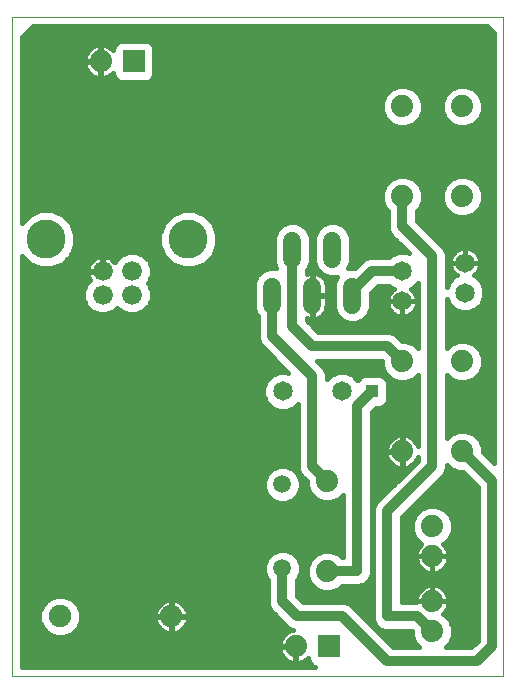
<source format=gtl>
G75*
%MOIN*%
%OFA0B0*%
%FSLAX25Y25*%
%IPPOS*%
%LPD*%
%AMOC8*
5,1,8,0,0,1.08239X$1,22.5*
%
%ADD10C,0.00000*%
%ADD11C,0.06500*%
%ADD12C,0.07500*%
%ADD13C,0.05943*%
%ADD14C,0.07400*%
%ADD15C,0.05943*%
%ADD16R,0.07400X0.07400*%
%ADD17C,0.06600*%
%ADD18C,0.13000*%
%ADD19C,0.03200*%
%ADD20C,0.01600*%
%ADD21R,0.04362X0.04362*%
D10*
X0003000Y0003500D02*
X0003000Y0223461D01*
X0166701Y0223461D01*
X0166701Y0003500D01*
X0003000Y0003500D01*
D11*
X0093150Y0098500D03*
X0112850Y0098500D03*
X0133000Y0128500D03*
X0133000Y0138500D03*
X0153945Y0141453D03*
X0153945Y0131453D03*
D12*
X0056000Y0023500D03*
X0019000Y0023500D03*
D13*
X0093000Y0039500D03*
X0093000Y0067500D03*
D14*
X0108000Y0068500D03*
X0108000Y0038500D03*
X0097500Y0013500D03*
X0143000Y0018500D03*
X0143000Y0028500D03*
X0143000Y0043500D03*
X0143000Y0053500D03*
X0133000Y0078500D03*
X0153000Y0078500D03*
X0153000Y0108500D03*
X0133000Y0108500D03*
X0133000Y0163500D03*
X0153000Y0163500D03*
X0153000Y0193500D03*
X0133000Y0193500D03*
X0032500Y0208500D03*
D15*
X0089614Y0133401D02*
X0089614Y0127457D01*
X0096307Y0142812D02*
X0096307Y0148755D01*
X0103000Y0133401D02*
X0103000Y0127457D01*
X0109693Y0142812D02*
X0109693Y0148755D01*
X0116386Y0133401D02*
X0116386Y0127457D01*
D16*
X0043500Y0208500D03*
X0108500Y0013500D03*
D17*
X0042921Y0130700D03*
X0042921Y0138500D03*
X0033079Y0138500D03*
X0033079Y0130700D03*
D18*
X0014300Y0149200D03*
X0061700Y0149200D03*
D19*
X0089614Y0130429D02*
X0089614Y0116886D01*
X0103000Y0103500D01*
X0103000Y0073500D01*
X0108000Y0068500D01*
X0118000Y0093500D02*
X0123000Y0098500D01*
X0118000Y0093500D02*
X0118000Y0038500D01*
X0108000Y0038500D01*
X0113000Y0023500D02*
X0098000Y0023500D01*
X0093000Y0028500D01*
X0093000Y0039500D01*
X0113000Y0023500D02*
X0128000Y0008500D01*
X0158000Y0008500D01*
X0163000Y0013500D01*
X0163000Y0068500D01*
X0153000Y0078500D01*
X0143000Y0073500D02*
X0128000Y0058500D01*
X0128000Y0023500D01*
X0138000Y0023500D01*
X0143000Y0018500D01*
X0143000Y0073500D02*
X0143000Y0143500D01*
X0133000Y0153500D01*
X0133000Y0163500D01*
X0133000Y0138500D02*
X0123000Y0138500D01*
X0116386Y0131886D01*
X0116386Y0130429D01*
X0128000Y0113500D02*
X0133000Y0108500D01*
X0128000Y0113500D02*
X0103000Y0113500D01*
X0096307Y0120193D01*
X0096307Y0145783D01*
D20*
X0090135Y0145768D02*
X0070777Y0145768D01*
X0071400Y0147271D02*
X0069923Y0143705D01*
X0067195Y0140977D01*
X0063629Y0139500D01*
X0059771Y0139500D01*
X0056205Y0140977D01*
X0053477Y0143705D01*
X0052000Y0147271D01*
X0052000Y0151129D01*
X0053477Y0154695D01*
X0056205Y0157423D01*
X0059771Y0158900D01*
X0063629Y0158900D01*
X0067195Y0157423D01*
X0069923Y0154695D01*
X0071400Y0151129D01*
X0071400Y0147271D01*
X0071400Y0147366D02*
X0090135Y0147366D01*
X0090135Y0148965D02*
X0071400Y0148965D01*
X0071400Y0150563D02*
X0090376Y0150563D01*
X0090135Y0149983D02*
X0090135Y0141584D01*
X0090995Y0139509D01*
X0090842Y0139572D01*
X0088387Y0139572D01*
X0086118Y0138633D01*
X0084382Y0136897D01*
X0083443Y0134628D01*
X0083443Y0126230D01*
X0084382Y0123962D01*
X0084814Y0123529D01*
X0084814Y0115931D01*
X0085545Y0114167D01*
X0094994Y0104717D01*
X0094433Y0104950D01*
X0091867Y0104950D01*
X0089496Y0103968D01*
X0087682Y0102154D01*
X0086700Y0099783D01*
X0086700Y0097217D01*
X0087682Y0094846D01*
X0089496Y0093032D01*
X0091867Y0092050D01*
X0094433Y0092050D01*
X0096804Y0093032D01*
X0098200Y0094428D01*
X0098200Y0072545D01*
X0098931Y0070781D01*
X0101100Y0068612D01*
X0101100Y0067127D01*
X0102150Y0064591D01*
X0104091Y0062650D01*
X0106627Y0061600D01*
X0109372Y0061600D01*
X0111909Y0062650D01*
X0113200Y0063942D01*
X0113200Y0043300D01*
X0112958Y0043300D01*
X0111909Y0044350D01*
X0109372Y0045400D01*
X0106627Y0045400D01*
X0104091Y0044350D01*
X0102150Y0042409D01*
X0101100Y0039872D01*
X0101100Y0037127D01*
X0102150Y0034591D01*
X0104091Y0032650D01*
X0106627Y0031600D01*
X0109372Y0031600D01*
X0111909Y0032650D01*
X0112958Y0033700D01*
X0118955Y0033700D01*
X0120719Y0034431D01*
X0122069Y0035781D01*
X0122800Y0037545D01*
X0122800Y0091512D01*
X0124407Y0093119D01*
X0125818Y0093119D01*
X0126994Y0093606D01*
X0127894Y0094506D01*
X0128381Y0095682D01*
X0128381Y0101318D01*
X0127894Y0102494D01*
X0126994Y0103394D01*
X0125818Y0103881D01*
X0120182Y0103881D01*
X0119006Y0103394D01*
X0118106Y0102494D01*
X0118069Y0102403D01*
X0116504Y0103968D01*
X0114133Y0104950D01*
X0111567Y0104950D01*
X0109196Y0103968D01*
X0107800Y0102572D01*
X0107800Y0104455D01*
X0107069Y0106219D01*
X0105719Y0107569D01*
X0104588Y0108700D01*
X0126012Y0108700D01*
X0126100Y0108612D01*
X0126100Y0107127D01*
X0127150Y0104591D01*
X0129091Y0102650D01*
X0131627Y0101600D01*
X0134372Y0101600D01*
X0136909Y0102650D01*
X0138200Y0103942D01*
X0138200Y0080294D01*
X0138097Y0080611D01*
X0137704Y0081383D01*
X0137195Y0082083D01*
X0136583Y0082695D01*
X0135883Y0083204D01*
X0135111Y0083597D01*
X0134288Y0083865D01*
X0133433Y0084000D01*
X0133086Y0084000D01*
X0133086Y0078586D01*
X0132914Y0078586D01*
X0132914Y0084000D01*
X0132567Y0084000D01*
X0131712Y0083865D01*
X0130889Y0083597D01*
X0130117Y0083204D01*
X0129417Y0082695D01*
X0128805Y0082083D01*
X0128296Y0081383D01*
X0127903Y0080611D01*
X0127635Y0079788D01*
X0127500Y0078933D01*
X0127500Y0078586D01*
X0132914Y0078586D01*
X0132914Y0078414D01*
X0133086Y0078414D01*
X0133086Y0073000D01*
X0133433Y0073000D01*
X0134288Y0073135D01*
X0135111Y0073403D01*
X0135883Y0073796D01*
X0136583Y0074305D01*
X0137195Y0074917D01*
X0137704Y0075617D01*
X0138097Y0076389D01*
X0138200Y0076706D01*
X0138200Y0075488D01*
X0125281Y0062569D01*
X0123931Y0061219D01*
X0123200Y0059455D01*
X0123200Y0022545D01*
X0123931Y0020781D01*
X0125281Y0019431D01*
X0127045Y0018700D01*
X0136012Y0018700D01*
X0136100Y0018612D01*
X0136100Y0017127D01*
X0137150Y0014591D01*
X0138442Y0013300D01*
X0129988Y0013300D01*
X0115719Y0027569D01*
X0113955Y0028300D01*
X0099988Y0028300D01*
X0097800Y0030488D01*
X0097800Y0035572D01*
X0098232Y0036004D01*
X0099172Y0038272D01*
X0099172Y0040728D01*
X0098232Y0042996D01*
X0096496Y0044732D01*
X0094228Y0045672D01*
X0091772Y0045672D01*
X0089504Y0044732D01*
X0087768Y0042996D01*
X0086828Y0040728D01*
X0086828Y0038272D01*
X0087768Y0036004D01*
X0088200Y0035572D01*
X0088200Y0027545D01*
X0088931Y0025781D01*
X0093931Y0020781D01*
X0095281Y0019431D01*
X0096527Y0018914D01*
X0096212Y0018865D01*
X0095389Y0018597D01*
X0094617Y0018204D01*
X0093917Y0017695D01*
X0093305Y0017083D01*
X0092796Y0016383D01*
X0092403Y0015611D01*
X0092135Y0014788D01*
X0092000Y0013933D01*
X0092000Y0013700D01*
X0097300Y0013700D01*
X0097300Y0013300D01*
X0097700Y0013300D01*
X0097700Y0008000D01*
X0097933Y0008000D01*
X0098788Y0008135D01*
X0099611Y0008403D01*
X0100383Y0008796D01*
X0101083Y0009305D01*
X0101600Y0009822D01*
X0101600Y0009163D01*
X0102087Y0007987D01*
X0102987Y0007087D01*
X0103922Y0006700D01*
X0006200Y0006700D01*
X0006200Y0143582D01*
X0008805Y0140977D01*
X0012371Y0139500D01*
X0016229Y0139500D01*
X0019795Y0140977D01*
X0022523Y0143705D01*
X0024000Y0147271D01*
X0024000Y0151129D01*
X0022523Y0154695D01*
X0019795Y0157423D01*
X0016229Y0158900D01*
X0012371Y0158900D01*
X0008805Y0157423D01*
X0006200Y0154818D01*
X0006200Y0216700D01*
X0009761Y0220261D01*
X0161239Y0220261D01*
X0163501Y0217999D01*
X0163501Y0074787D01*
X0159900Y0078388D01*
X0159900Y0079872D01*
X0158850Y0082409D01*
X0156909Y0084350D01*
X0154372Y0085400D01*
X0151627Y0085400D01*
X0149091Y0084350D01*
X0147800Y0083058D01*
X0147800Y0103942D01*
X0149091Y0102650D01*
X0151627Y0101600D01*
X0154372Y0101600D01*
X0156909Y0102650D01*
X0158850Y0104591D01*
X0159900Y0107127D01*
X0159900Y0109872D01*
X0158850Y0112409D01*
X0156909Y0114350D01*
X0154372Y0115400D01*
X0151627Y0115400D01*
X0149091Y0114350D01*
X0147800Y0113058D01*
X0147800Y0129433D01*
X0148477Y0127799D01*
X0150291Y0125985D01*
X0152662Y0125003D01*
X0155228Y0125003D01*
X0157599Y0125985D01*
X0159413Y0127799D01*
X0160395Y0130170D01*
X0160395Y0132736D01*
X0159413Y0135106D01*
X0157599Y0136921D01*
X0156771Y0137264D01*
X0157235Y0137601D01*
X0157797Y0138163D01*
X0158264Y0138806D01*
X0158625Y0139514D01*
X0158871Y0140270D01*
X0158995Y0141055D01*
X0158995Y0141453D01*
X0158995Y0141850D01*
X0158871Y0142635D01*
X0158625Y0143391D01*
X0158264Y0144100D01*
X0157797Y0144743D01*
X0157235Y0145305D01*
X0156592Y0145772D01*
X0155883Y0146133D01*
X0155127Y0146378D01*
X0154342Y0146503D01*
X0153945Y0146503D01*
X0153945Y0141453D01*
X0153945Y0141453D01*
X0158995Y0141453D01*
X0153945Y0141453D01*
X0153945Y0141453D01*
X0153945Y0146503D01*
X0153547Y0146503D01*
X0152762Y0146378D01*
X0152006Y0146133D01*
X0151298Y0145772D01*
X0150655Y0145305D01*
X0150093Y0144743D01*
X0149626Y0144100D01*
X0149265Y0143391D01*
X0149019Y0142635D01*
X0148895Y0141850D01*
X0148895Y0141453D01*
X0153945Y0141453D01*
X0153945Y0141453D01*
X0148895Y0141453D01*
X0148895Y0141055D01*
X0149019Y0140270D01*
X0149265Y0139514D01*
X0149626Y0138806D01*
X0150093Y0138163D01*
X0150655Y0137601D01*
X0151119Y0137264D01*
X0150291Y0136921D01*
X0148477Y0135106D01*
X0147800Y0133472D01*
X0147800Y0144455D01*
X0147069Y0146219D01*
X0145719Y0147569D01*
X0137800Y0155488D01*
X0137800Y0158542D01*
X0138850Y0159591D01*
X0139900Y0162127D01*
X0139900Y0164872D01*
X0138850Y0167409D01*
X0136909Y0169350D01*
X0134372Y0170400D01*
X0131627Y0170400D01*
X0129091Y0169350D01*
X0127150Y0167409D01*
X0126100Y0164872D01*
X0126100Y0162127D01*
X0127150Y0159591D01*
X0128200Y0158542D01*
X0128200Y0152545D01*
X0128931Y0150781D01*
X0135100Y0144611D01*
X0134283Y0144950D01*
X0131717Y0144950D01*
X0129346Y0143968D01*
X0128678Y0143300D01*
X0122045Y0143300D01*
X0120281Y0142569D01*
X0118931Y0141219D01*
X0117284Y0139572D01*
X0115158Y0139572D01*
X0115005Y0139509D01*
X0115865Y0141584D01*
X0115865Y0149983D01*
X0114925Y0152251D01*
X0113189Y0153987D01*
X0110921Y0154927D01*
X0108465Y0154927D01*
X0106197Y0153987D01*
X0104461Y0152251D01*
X0103521Y0149983D01*
X0103521Y0141584D01*
X0104461Y0139316D01*
X0106197Y0137580D01*
X0108465Y0136640D01*
X0110921Y0136640D01*
X0111074Y0136704D01*
X0110214Y0134628D01*
X0110214Y0126230D01*
X0111154Y0123962D01*
X0112890Y0122225D01*
X0115158Y0121286D01*
X0117613Y0121286D01*
X0119882Y0122225D01*
X0121618Y0123962D01*
X0122557Y0126230D01*
X0122557Y0131269D01*
X0124988Y0133700D01*
X0128678Y0133700D01*
X0129346Y0133032D01*
X0130174Y0132689D01*
X0129710Y0132352D01*
X0129148Y0131790D01*
X0128681Y0131147D01*
X0128320Y0130439D01*
X0128074Y0129683D01*
X0127950Y0128897D01*
X0127950Y0128500D01*
X0133000Y0128500D01*
X0138050Y0128500D01*
X0138050Y0128897D01*
X0137926Y0129683D01*
X0137680Y0130439D01*
X0137319Y0131147D01*
X0136852Y0131790D01*
X0136290Y0132352D01*
X0135826Y0132689D01*
X0136654Y0133032D01*
X0138200Y0134578D01*
X0138200Y0134578D01*
X0138200Y0113058D01*
X0136909Y0114350D01*
X0134372Y0115400D01*
X0132888Y0115400D01*
X0130719Y0117569D01*
X0128955Y0118300D01*
X0104988Y0118300D01*
X0101107Y0122181D01*
X0101107Y0123067D01*
X0101168Y0123035D01*
X0101883Y0122803D01*
X0102624Y0122686D01*
X0102914Y0122686D01*
X0102914Y0130343D01*
X0103086Y0130343D01*
X0103086Y0122686D01*
X0103376Y0122686D01*
X0104117Y0122803D01*
X0104832Y0123035D01*
X0105501Y0123376D01*
X0106109Y0123818D01*
X0106640Y0124349D01*
X0107081Y0124957D01*
X0107422Y0125626D01*
X0107654Y0126340D01*
X0107772Y0127082D01*
X0107772Y0130343D01*
X0103086Y0130343D01*
X0103086Y0130515D01*
X0107772Y0130515D01*
X0107772Y0133776D01*
X0107654Y0134518D01*
X0107422Y0135232D01*
X0107081Y0135902D01*
X0106640Y0136509D01*
X0106109Y0137040D01*
X0105501Y0137482D01*
X0104832Y0137823D01*
X0104117Y0138055D01*
X0103376Y0138172D01*
X0103086Y0138172D01*
X0103086Y0130515D01*
X0102914Y0130515D01*
X0102914Y0138172D01*
X0102624Y0138172D01*
X0101883Y0138055D01*
X0101168Y0137823D01*
X0101107Y0137792D01*
X0101107Y0138884D01*
X0101539Y0139316D01*
X0102479Y0141584D01*
X0102479Y0149983D01*
X0101539Y0152251D01*
X0099803Y0153987D01*
X0097535Y0154927D01*
X0095079Y0154927D01*
X0092811Y0153987D01*
X0091075Y0152251D01*
X0090135Y0149983D01*
X0091038Y0152162D02*
X0070972Y0152162D01*
X0070310Y0153760D02*
X0092584Y0153760D01*
X0100030Y0153760D02*
X0105970Y0153760D01*
X0104424Y0152162D02*
X0101576Y0152162D01*
X0102238Y0150563D02*
X0103762Y0150563D01*
X0103521Y0148965D02*
X0102479Y0148965D01*
X0102479Y0147366D02*
X0103521Y0147366D01*
X0103521Y0145768D02*
X0102479Y0145768D01*
X0102479Y0144169D02*
X0103521Y0144169D01*
X0103521Y0142570D02*
X0102479Y0142570D01*
X0102225Y0140972D02*
X0103775Y0140972D01*
X0104437Y0139373D02*
X0101563Y0139373D01*
X0102914Y0137775D02*
X0103086Y0137775D01*
X0103086Y0136176D02*
X0102914Y0136176D01*
X0102914Y0134578D02*
X0103086Y0134578D01*
X0103086Y0132979D02*
X0102914Y0132979D01*
X0102914Y0131381D02*
X0103086Y0131381D01*
X0103086Y0129782D02*
X0102914Y0129782D01*
X0102914Y0128184D02*
X0103086Y0128184D01*
X0103086Y0126585D02*
X0102914Y0126585D01*
X0102914Y0124987D02*
X0103086Y0124987D01*
X0103086Y0123388D02*
X0102914Y0123388D01*
X0101498Y0121790D02*
X0113941Y0121790D01*
X0111727Y0123388D02*
X0105517Y0123388D01*
X0107096Y0124987D02*
X0110729Y0124987D01*
X0110214Y0126585D02*
X0107693Y0126585D01*
X0107772Y0128184D02*
X0110214Y0128184D01*
X0110214Y0129782D02*
X0107772Y0129782D01*
X0107772Y0131381D02*
X0110214Y0131381D01*
X0110214Y0132979D02*
X0107772Y0132979D01*
X0107635Y0134578D02*
X0110214Y0134578D01*
X0110855Y0136176D02*
X0106881Y0136176D01*
X0106002Y0137775D02*
X0104926Y0137775D01*
X0114962Y0152162D02*
X0128359Y0152162D01*
X0128200Y0153760D02*
X0113416Y0153760D01*
X0115624Y0150563D02*
X0129149Y0150563D01*
X0130747Y0148965D02*
X0115865Y0148965D01*
X0115865Y0147366D02*
X0132346Y0147366D01*
X0133944Y0145768D02*
X0115865Y0145768D01*
X0115865Y0144169D02*
X0129832Y0144169D01*
X0129473Y0132979D02*
X0124268Y0132979D01*
X0122669Y0131381D02*
X0128851Y0131381D01*
X0128107Y0129782D02*
X0122557Y0129782D01*
X0122557Y0128184D02*
X0127950Y0128184D01*
X0127950Y0128103D02*
X0128074Y0127317D01*
X0128320Y0126561D01*
X0128681Y0125853D01*
X0129148Y0125210D01*
X0129710Y0124648D01*
X0130353Y0124181D01*
X0131061Y0123820D01*
X0131817Y0123574D01*
X0132603Y0123450D01*
X0133000Y0123450D01*
X0133397Y0123450D01*
X0134183Y0123574D01*
X0134939Y0123820D01*
X0135647Y0124181D01*
X0136290Y0124648D01*
X0136852Y0125210D01*
X0137319Y0125853D01*
X0137680Y0126561D01*
X0137926Y0127317D01*
X0138050Y0128103D01*
X0138050Y0128500D01*
X0133000Y0128500D01*
X0133000Y0128500D01*
X0133000Y0123450D01*
X0133000Y0128500D01*
X0133000Y0128500D01*
X0133000Y0128500D01*
X0127950Y0128500D01*
X0127950Y0128103D01*
X0128312Y0126585D02*
X0122557Y0126585D01*
X0122043Y0124987D02*
X0129371Y0124987D01*
X0133000Y0124987D02*
X0133000Y0124987D01*
X0133000Y0126585D02*
X0133000Y0126585D01*
X0133000Y0128184D02*
X0133000Y0128184D01*
X0136629Y0124987D02*
X0138200Y0124987D01*
X0138200Y0126585D02*
X0137688Y0126585D01*
X0138050Y0128184D02*
X0138200Y0128184D01*
X0138200Y0129782D02*
X0137893Y0129782D01*
X0138200Y0131381D02*
X0137149Y0131381D01*
X0136527Y0132979D02*
X0138200Y0132979D01*
X0138200Y0123388D02*
X0121045Y0123388D01*
X0118830Y0121790D02*
X0138200Y0121790D01*
X0138200Y0120191D02*
X0103097Y0120191D01*
X0104695Y0118593D02*
X0138200Y0118593D01*
X0138200Y0116994D02*
X0131294Y0116994D01*
X0134383Y0115396D02*
X0138200Y0115396D01*
X0138200Y0113797D02*
X0137461Y0113797D01*
X0136805Y0102608D02*
X0138200Y0102608D01*
X0138200Y0101009D02*
X0128381Y0101009D01*
X0128381Y0099411D02*
X0138200Y0099411D01*
X0138200Y0097812D02*
X0128381Y0097812D01*
X0128381Y0096214D02*
X0138200Y0096214D01*
X0138200Y0094615D02*
X0127939Y0094615D01*
X0124305Y0093017D02*
X0138200Y0093017D01*
X0138200Y0091418D02*
X0122800Y0091418D01*
X0122800Y0089820D02*
X0138200Y0089820D01*
X0138200Y0088221D02*
X0122800Y0088221D01*
X0122800Y0086623D02*
X0138200Y0086623D01*
X0138200Y0085024D02*
X0122800Y0085024D01*
X0122800Y0083426D02*
X0130552Y0083426D01*
X0128619Y0081827D02*
X0122800Y0081827D01*
X0122800Y0080229D02*
X0127779Y0080229D01*
X0127500Y0078630D02*
X0122800Y0078630D01*
X0122800Y0077032D02*
X0127694Y0077032D01*
X0127635Y0077212D02*
X0127903Y0076389D01*
X0128296Y0075617D01*
X0128805Y0074917D01*
X0129417Y0074305D01*
X0130117Y0073796D01*
X0130889Y0073403D01*
X0131712Y0073135D01*
X0132567Y0073000D01*
X0132914Y0073000D01*
X0132914Y0078414D01*
X0127500Y0078414D01*
X0127500Y0078067D01*
X0127635Y0077212D01*
X0128430Y0075433D02*
X0122800Y0075433D01*
X0122800Y0073834D02*
X0130064Y0073834D01*
X0132914Y0073834D02*
X0133086Y0073834D01*
X0133086Y0075433D02*
X0132914Y0075433D01*
X0132914Y0077032D02*
X0133086Y0077032D01*
X0133086Y0078630D02*
X0132914Y0078630D01*
X0132914Y0080229D02*
X0133086Y0080229D01*
X0133086Y0081827D02*
X0132914Y0081827D01*
X0132914Y0083426D02*
X0133086Y0083426D01*
X0135448Y0083426D02*
X0138200Y0083426D01*
X0138200Y0081827D02*
X0137381Y0081827D01*
X0137570Y0075433D02*
X0138145Y0075433D01*
X0136546Y0073834D02*
X0135936Y0073834D01*
X0134948Y0072236D02*
X0122800Y0072236D01*
X0122800Y0070637D02*
X0133349Y0070637D01*
X0131751Y0069039D02*
X0122800Y0069039D01*
X0122800Y0067440D02*
X0130152Y0067440D01*
X0128554Y0065842D02*
X0122800Y0065842D01*
X0122800Y0064243D02*
X0126955Y0064243D01*
X0125357Y0062645D02*
X0122800Y0062645D01*
X0122800Y0061046D02*
X0123859Y0061046D01*
X0123200Y0059448D02*
X0122800Y0059448D01*
X0122800Y0057849D02*
X0123200Y0057849D01*
X0123200Y0056251D02*
X0122800Y0056251D01*
X0122800Y0054652D02*
X0123200Y0054652D01*
X0123200Y0053054D02*
X0122800Y0053054D01*
X0122800Y0051455D02*
X0123200Y0051455D01*
X0123200Y0049857D02*
X0122800Y0049857D01*
X0122800Y0048258D02*
X0123200Y0048258D01*
X0123200Y0046660D02*
X0122800Y0046660D01*
X0122800Y0045061D02*
X0123200Y0045061D01*
X0123200Y0043463D02*
X0122800Y0043463D01*
X0122800Y0041864D02*
X0123200Y0041864D01*
X0123200Y0040266D02*
X0122800Y0040266D01*
X0122800Y0038667D02*
X0123200Y0038667D01*
X0123200Y0037069D02*
X0122603Y0037069D01*
X0123200Y0035470D02*
X0121758Y0035470D01*
X0123200Y0033872D02*
X0119369Y0033872D01*
X0123200Y0032273D02*
X0110998Y0032273D01*
X0115811Y0027478D02*
X0123200Y0027478D01*
X0123200Y0029076D02*
X0099212Y0029076D01*
X0097800Y0030675D02*
X0123200Y0030675D01*
X0123200Y0025879D02*
X0117409Y0025879D01*
X0119008Y0024281D02*
X0123200Y0024281D01*
X0123200Y0022682D02*
X0120606Y0022682D01*
X0122205Y0021084D02*
X0123805Y0021084D01*
X0123803Y0019485D02*
X0125227Y0019485D01*
X0125402Y0017887D02*
X0136100Y0017887D01*
X0136448Y0016288D02*
X0127000Y0016288D01*
X0128599Y0014690D02*
X0137110Y0014690D01*
X0147558Y0013300D02*
X0148850Y0014591D01*
X0149900Y0017127D01*
X0149900Y0019872D01*
X0148850Y0022409D01*
X0146909Y0024350D01*
X0146710Y0024432D01*
X0147195Y0024917D01*
X0147704Y0025617D01*
X0148097Y0026389D01*
X0148365Y0027212D01*
X0148500Y0028067D01*
X0148500Y0028500D01*
X0148500Y0028933D01*
X0148365Y0029788D01*
X0148097Y0030611D01*
X0147704Y0031383D01*
X0147195Y0032083D01*
X0146583Y0032695D01*
X0145883Y0033204D01*
X0145111Y0033597D01*
X0144288Y0033865D01*
X0143433Y0034000D01*
X0143000Y0034000D01*
X0143000Y0028500D01*
X0143000Y0028500D01*
X0148500Y0028500D01*
X0143000Y0028500D01*
X0143000Y0028500D01*
X0143000Y0028500D01*
X0137500Y0028500D01*
X0137500Y0028933D01*
X0137635Y0029788D01*
X0137903Y0030611D01*
X0138296Y0031383D01*
X0138805Y0032083D01*
X0139417Y0032695D01*
X0140117Y0033204D01*
X0140889Y0033597D01*
X0141712Y0033865D01*
X0142567Y0034000D01*
X0143000Y0034000D01*
X0143000Y0028500D01*
X0137500Y0028500D01*
X0137500Y0028300D01*
X0132800Y0028300D01*
X0132800Y0056512D01*
X0145719Y0069431D01*
X0147069Y0070781D01*
X0147800Y0072545D01*
X0147800Y0073942D01*
X0149091Y0072650D01*
X0151627Y0071600D01*
X0153112Y0071600D01*
X0158200Y0066512D01*
X0158200Y0015488D01*
X0156012Y0013300D01*
X0147558Y0013300D01*
X0148890Y0014690D02*
X0157401Y0014690D01*
X0158200Y0016288D02*
X0149552Y0016288D01*
X0149900Y0017887D02*
X0158200Y0017887D01*
X0158200Y0019485D02*
X0149900Y0019485D01*
X0149398Y0021084D02*
X0158200Y0021084D01*
X0158200Y0022682D02*
X0148576Y0022682D01*
X0146977Y0024281D02*
X0158200Y0024281D01*
X0158200Y0025879D02*
X0147837Y0025879D01*
X0148407Y0027478D02*
X0158200Y0027478D01*
X0158200Y0029076D02*
X0148477Y0029076D01*
X0148065Y0030675D02*
X0158200Y0030675D01*
X0158200Y0032273D02*
X0147005Y0032273D01*
X0144243Y0033872D02*
X0158200Y0033872D01*
X0158200Y0035470D02*
X0132800Y0035470D01*
X0132800Y0033872D02*
X0141757Y0033872D01*
X0143000Y0033872D02*
X0143000Y0033872D01*
X0143000Y0032273D02*
X0143000Y0032273D01*
X0143000Y0030675D02*
X0143000Y0030675D01*
X0143000Y0029076D02*
X0143000Y0029076D01*
X0138995Y0032273D02*
X0132800Y0032273D01*
X0132800Y0030675D02*
X0137935Y0030675D01*
X0137523Y0029076D02*
X0132800Y0029076D01*
X0132800Y0037069D02*
X0158200Y0037069D01*
X0158200Y0038667D02*
X0145630Y0038667D01*
X0145883Y0038796D02*
X0146583Y0039305D01*
X0147195Y0039917D01*
X0147704Y0040617D01*
X0148097Y0041389D01*
X0148365Y0042212D01*
X0148500Y0043067D01*
X0148500Y0043500D01*
X0148500Y0043933D01*
X0148365Y0044788D01*
X0148097Y0045611D01*
X0147704Y0046383D01*
X0147195Y0047083D01*
X0146710Y0047568D01*
X0146909Y0047650D01*
X0148850Y0049591D01*
X0149900Y0052127D01*
X0149900Y0054872D01*
X0148850Y0057409D01*
X0146909Y0059350D01*
X0144372Y0060400D01*
X0141627Y0060400D01*
X0139091Y0059350D01*
X0137150Y0057409D01*
X0136100Y0054872D01*
X0136100Y0052127D01*
X0137150Y0049591D01*
X0139091Y0047650D01*
X0139290Y0047568D01*
X0138805Y0047083D01*
X0138296Y0046383D01*
X0137903Y0045611D01*
X0137635Y0044788D01*
X0137500Y0043933D01*
X0137500Y0043500D01*
X0143000Y0043500D01*
X0148500Y0043500D01*
X0143000Y0043500D01*
X0143000Y0043500D01*
X0143000Y0043500D01*
X0143000Y0038000D01*
X0143433Y0038000D01*
X0144288Y0038135D01*
X0145111Y0038403D01*
X0145883Y0038796D01*
X0147449Y0040266D02*
X0158200Y0040266D01*
X0158200Y0041864D02*
X0148252Y0041864D01*
X0148500Y0043463D02*
X0158200Y0043463D01*
X0158200Y0045061D02*
X0148276Y0045061D01*
X0147503Y0046660D02*
X0158200Y0046660D01*
X0158200Y0048258D02*
X0147516Y0048258D01*
X0148959Y0049857D02*
X0158200Y0049857D01*
X0158200Y0051455D02*
X0149622Y0051455D01*
X0149900Y0053054D02*
X0158200Y0053054D01*
X0158200Y0054652D02*
X0149900Y0054652D01*
X0149329Y0056251D02*
X0158200Y0056251D01*
X0158200Y0057849D02*
X0148409Y0057849D01*
X0146671Y0059448D02*
X0158200Y0059448D01*
X0158200Y0061046D02*
X0137335Y0061046D01*
X0135736Y0059448D02*
X0139329Y0059448D01*
X0137591Y0057849D02*
X0134138Y0057849D01*
X0132800Y0056251D02*
X0136671Y0056251D01*
X0136100Y0054652D02*
X0132800Y0054652D01*
X0132800Y0053054D02*
X0136100Y0053054D01*
X0136378Y0051455D02*
X0132800Y0051455D01*
X0132800Y0049857D02*
X0137041Y0049857D01*
X0138484Y0048258D02*
X0132800Y0048258D01*
X0132800Y0046660D02*
X0138497Y0046660D01*
X0137724Y0045061D02*
X0132800Y0045061D01*
X0132800Y0043463D02*
X0137500Y0043463D01*
X0137500Y0043500D02*
X0137500Y0043067D01*
X0137635Y0042212D01*
X0137903Y0041389D01*
X0138296Y0040617D01*
X0138805Y0039917D01*
X0139417Y0039305D01*
X0140117Y0038796D01*
X0140889Y0038403D01*
X0141712Y0038135D01*
X0142567Y0038000D01*
X0143000Y0038000D01*
X0143000Y0043500D01*
X0143000Y0043500D01*
X0137500Y0043500D01*
X0137748Y0041864D02*
X0132800Y0041864D01*
X0132800Y0040266D02*
X0138551Y0040266D01*
X0140370Y0038667D02*
X0132800Y0038667D01*
X0143000Y0038667D02*
X0143000Y0038667D01*
X0143000Y0040266D02*
X0143000Y0040266D01*
X0143000Y0041864D02*
X0143000Y0041864D01*
X0143000Y0043463D02*
X0143000Y0043463D01*
X0138933Y0062645D02*
X0158200Y0062645D01*
X0158200Y0064243D02*
X0140532Y0064243D01*
X0142130Y0065842D02*
X0158200Y0065842D01*
X0157271Y0067440D02*
X0143729Y0067440D01*
X0145327Y0069039D02*
X0155673Y0069039D01*
X0154074Y0070637D02*
X0146926Y0070637D01*
X0145719Y0069431D02*
X0145719Y0069431D01*
X0147672Y0072236D02*
X0150092Y0072236D01*
X0147907Y0073834D02*
X0147800Y0073834D01*
X0147800Y0083426D02*
X0148168Y0083426D01*
X0147800Y0085024D02*
X0150720Y0085024D01*
X0147800Y0086623D02*
X0163501Y0086623D01*
X0163501Y0088221D02*
X0147800Y0088221D01*
X0147800Y0089820D02*
X0163501Y0089820D01*
X0163501Y0091418D02*
X0147800Y0091418D01*
X0147800Y0093017D02*
X0163501Y0093017D01*
X0163501Y0094615D02*
X0147800Y0094615D01*
X0147800Y0096214D02*
X0163501Y0096214D01*
X0163501Y0097812D02*
X0147800Y0097812D01*
X0147800Y0099411D02*
X0163501Y0099411D01*
X0163501Y0101009D02*
X0147800Y0101009D01*
X0147800Y0102608D02*
X0149195Y0102608D01*
X0156805Y0102608D02*
X0163501Y0102608D01*
X0163501Y0104206D02*
X0158464Y0104206D01*
X0159352Y0105805D02*
X0163501Y0105805D01*
X0163501Y0107403D02*
X0159900Y0107403D01*
X0159900Y0109002D02*
X0163501Y0109002D01*
X0163501Y0110600D02*
X0159599Y0110600D01*
X0158936Y0112199D02*
X0163501Y0112199D01*
X0163501Y0113797D02*
X0157461Y0113797D01*
X0154383Y0115396D02*
X0163501Y0115396D01*
X0163501Y0116994D02*
X0147800Y0116994D01*
X0147800Y0115396D02*
X0151617Y0115396D01*
X0148539Y0113797D02*
X0147800Y0113797D01*
X0147800Y0118593D02*
X0163501Y0118593D01*
X0163501Y0120191D02*
X0147800Y0120191D01*
X0147800Y0121790D02*
X0163501Y0121790D01*
X0163501Y0123388D02*
X0147800Y0123388D01*
X0147800Y0124987D02*
X0163501Y0124987D01*
X0163501Y0126585D02*
X0158199Y0126585D01*
X0159572Y0128184D02*
X0163501Y0128184D01*
X0163501Y0129782D02*
X0160234Y0129782D01*
X0160395Y0131381D02*
X0163501Y0131381D01*
X0163501Y0132979D02*
X0160294Y0132979D01*
X0159632Y0134578D02*
X0163501Y0134578D01*
X0163501Y0136176D02*
X0158343Y0136176D01*
X0157409Y0137775D02*
X0163501Y0137775D01*
X0163501Y0139373D02*
X0158553Y0139373D01*
X0158982Y0140972D02*
X0163501Y0140972D01*
X0163501Y0142570D02*
X0158881Y0142570D01*
X0158214Y0144169D02*
X0163501Y0144169D01*
X0163501Y0145768D02*
X0156598Y0145768D01*
X0153945Y0145768D02*
X0153945Y0145768D01*
X0153945Y0144169D02*
X0153945Y0144169D01*
X0153945Y0142570D02*
X0153945Y0142570D01*
X0151292Y0145768D02*
X0147256Y0145768D01*
X0147800Y0144169D02*
X0149676Y0144169D01*
X0149009Y0142570D02*
X0147800Y0142570D01*
X0147800Y0140972D02*
X0148908Y0140972D01*
X0149337Y0139373D02*
X0147800Y0139373D01*
X0147800Y0137775D02*
X0150481Y0137775D01*
X0149547Y0136176D02*
X0147800Y0136176D01*
X0147800Y0134578D02*
X0148258Y0134578D01*
X0148317Y0128184D02*
X0147800Y0128184D01*
X0147800Y0126585D02*
X0149691Y0126585D01*
X0145922Y0147366D02*
X0163501Y0147366D01*
X0163501Y0148965D02*
X0144324Y0148965D01*
X0142725Y0150563D02*
X0163501Y0150563D01*
X0163501Y0152162D02*
X0141127Y0152162D01*
X0139528Y0153760D02*
X0163501Y0153760D01*
X0163501Y0155359D02*
X0137930Y0155359D01*
X0137800Y0156957D02*
X0150765Y0156957D01*
X0151627Y0156600D02*
X0149091Y0157650D01*
X0147150Y0159591D01*
X0146100Y0162127D01*
X0146100Y0164872D01*
X0147150Y0167409D01*
X0149091Y0169350D01*
X0151627Y0170400D01*
X0154372Y0170400D01*
X0156909Y0169350D01*
X0158850Y0167409D01*
X0159900Y0164872D01*
X0159900Y0162127D01*
X0158850Y0159591D01*
X0156909Y0157650D01*
X0154372Y0156600D01*
X0151627Y0156600D01*
X0155235Y0156957D02*
X0163501Y0156957D01*
X0163501Y0158556D02*
X0157814Y0158556D01*
X0159083Y0160154D02*
X0163501Y0160154D01*
X0163501Y0161753D02*
X0159745Y0161753D01*
X0159900Y0163351D02*
X0163501Y0163351D01*
X0163501Y0164950D02*
X0159868Y0164950D01*
X0159206Y0166548D02*
X0163501Y0166548D01*
X0163501Y0168147D02*
X0158111Y0168147D01*
X0155953Y0169745D02*
X0163501Y0169745D01*
X0163501Y0171344D02*
X0006200Y0171344D01*
X0006200Y0172942D02*
X0163501Y0172942D01*
X0163501Y0174541D02*
X0006200Y0174541D01*
X0006200Y0176139D02*
X0163501Y0176139D01*
X0163501Y0177738D02*
X0006200Y0177738D01*
X0006200Y0179336D02*
X0163501Y0179336D01*
X0163501Y0180935D02*
X0006200Y0180935D01*
X0006200Y0182533D02*
X0163501Y0182533D01*
X0163501Y0184132D02*
X0006200Y0184132D01*
X0006200Y0185730D02*
X0163501Y0185730D01*
X0163501Y0187329D02*
X0156132Y0187329D01*
X0156909Y0187650D02*
X0154372Y0186600D01*
X0151627Y0186600D01*
X0149091Y0187650D01*
X0147150Y0189591D01*
X0146100Y0192127D01*
X0146100Y0194872D01*
X0147150Y0197409D01*
X0149091Y0199350D01*
X0151627Y0200400D01*
X0154372Y0200400D01*
X0156909Y0199350D01*
X0158850Y0197409D01*
X0159900Y0194872D01*
X0159900Y0192127D01*
X0158850Y0189591D01*
X0156909Y0187650D01*
X0158185Y0188927D02*
X0163501Y0188927D01*
X0163501Y0190526D02*
X0159237Y0190526D01*
X0159899Y0192124D02*
X0163501Y0192124D01*
X0163501Y0193723D02*
X0159900Y0193723D01*
X0159714Y0195321D02*
X0163501Y0195321D01*
X0163501Y0196920D02*
X0159052Y0196920D01*
X0157740Y0198518D02*
X0163501Y0198518D01*
X0163501Y0200117D02*
X0155056Y0200117D01*
X0150944Y0200117D02*
X0135056Y0200117D01*
X0134372Y0200400D02*
X0131627Y0200400D01*
X0129091Y0199350D01*
X0127150Y0197409D01*
X0126100Y0194872D01*
X0126100Y0192127D01*
X0127150Y0189591D01*
X0129091Y0187650D01*
X0131627Y0186600D01*
X0134372Y0186600D01*
X0136909Y0187650D01*
X0138850Y0189591D01*
X0139900Y0192127D01*
X0139900Y0194872D01*
X0138850Y0197409D01*
X0136909Y0199350D01*
X0134372Y0200400D01*
X0130944Y0200117D02*
X0006200Y0200117D01*
X0006200Y0201715D02*
X0038885Y0201715D01*
X0039163Y0201600D02*
X0037987Y0202087D01*
X0037087Y0202987D01*
X0036600Y0204163D01*
X0036600Y0204822D01*
X0036083Y0204305D01*
X0035383Y0203796D01*
X0034611Y0203403D01*
X0033788Y0203135D01*
X0032933Y0203000D01*
X0032700Y0203000D01*
X0032700Y0208300D01*
X0032300Y0208300D01*
X0032300Y0203000D01*
X0032067Y0203000D01*
X0031212Y0203135D01*
X0030389Y0203403D01*
X0029617Y0203796D01*
X0028917Y0204305D01*
X0028305Y0204917D01*
X0027796Y0205617D01*
X0027403Y0206389D01*
X0027135Y0207212D01*
X0027000Y0208067D01*
X0027000Y0208300D01*
X0032300Y0208300D01*
X0032300Y0208700D01*
X0032300Y0214000D01*
X0032067Y0214000D01*
X0031212Y0213865D01*
X0030389Y0213597D01*
X0029617Y0213204D01*
X0028917Y0212695D01*
X0028305Y0212083D01*
X0027796Y0211383D01*
X0027403Y0210611D01*
X0027135Y0209788D01*
X0027000Y0208933D01*
X0027000Y0208700D01*
X0032300Y0208700D01*
X0032700Y0208700D01*
X0032700Y0214000D01*
X0032933Y0214000D01*
X0033788Y0213865D01*
X0034611Y0213597D01*
X0035383Y0213204D01*
X0036083Y0212695D01*
X0036600Y0212178D01*
X0036600Y0212837D01*
X0037087Y0214013D01*
X0037987Y0214913D01*
X0039163Y0215400D01*
X0047837Y0215400D01*
X0049013Y0214913D01*
X0049913Y0214013D01*
X0050400Y0212837D01*
X0050400Y0204163D01*
X0049913Y0202987D01*
X0049013Y0202087D01*
X0047837Y0201600D01*
X0039163Y0201600D01*
X0036952Y0203314D02*
X0034337Y0203314D01*
X0032700Y0203314D02*
X0032300Y0203314D01*
X0032300Y0204912D02*
X0032700Y0204912D01*
X0032700Y0206511D02*
X0032300Y0206511D01*
X0032300Y0208109D02*
X0032700Y0208109D01*
X0032700Y0209708D02*
X0032300Y0209708D01*
X0032300Y0211306D02*
X0032700Y0211306D01*
X0032700Y0212905D02*
X0032300Y0212905D01*
X0029206Y0212905D02*
X0006200Y0212905D01*
X0006200Y0214503D02*
X0037578Y0214503D01*
X0036628Y0212905D02*
X0035794Y0212905D01*
X0030663Y0203314D02*
X0006200Y0203314D01*
X0006200Y0204912D02*
X0028309Y0204912D01*
X0027363Y0206511D02*
X0006200Y0206511D01*
X0006200Y0208109D02*
X0027000Y0208109D01*
X0027123Y0209708D02*
X0006200Y0209708D01*
X0006200Y0211306D02*
X0027757Y0211306D01*
X0008799Y0219299D02*
X0162201Y0219299D01*
X0163501Y0217701D02*
X0007201Y0217701D01*
X0006200Y0216102D02*
X0163501Y0216102D01*
X0163501Y0214503D02*
X0049422Y0214503D01*
X0050372Y0212905D02*
X0163501Y0212905D01*
X0163501Y0211306D02*
X0050400Y0211306D01*
X0050400Y0209708D02*
X0163501Y0209708D01*
X0163501Y0208109D02*
X0050400Y0208109D01*
X0050400Y0206511D02*
X0163501Y0206511D01*
X0163501Y0204912D02*
X0050400Y0204912D01*
X0050048Y0203314D02*
X0163501Y0203314D01*
X0163501Y0201715D02*
X0048115Y0201715D01*
X0058939Y0158556D02*
X0017061Y0158556D01*
X0020261Y0156957D02*
X0055739Y0156957D01*
X0054141Y0155359D02*
X0021859Y0155359D01*
X0022910Y0153760D02*
X0053090Y0153760D01*
X0052428Y0152162D02*
X0023572Y0152162D01*
X0024000Y0150563D02*
X0052000Y0150563D01*
X0052000Y0148965D02*
X0024000Y0148965D01*
X0024000Y0147366D02*
X0052000Y0147366D01*
X0052623Y0145768D02*
X0023377Y0145768D01*
X0022715Y0144169D02*
X0039622Y0144169D01*
X0039239Y0144010D02*
X0037411Y0142182D01*
X0037155Y0141565D01*
X0036969Y0141822D01*
X0036401Y0142390D01*
X0035752Y0142862D01*
X0035036Y0143226D01*
X0034273Y0143474D01*
X0033480Y0143600D01*
X0033179Y0143600D01*
X0033179Y0138600D01*
X0032979Y0138600D01*
X0032979Y0143600D01*
X0032677Y0143600D01*
X0031884Y0143474D01*
X0031121Y0143226D01*
X0030406Y0142862D01*
X0029756Y0142390D01*
X0029189Y0141822D01*
X0028717Y0141173D01*
X0028352Y0140458D01*
X0028104Y0139694D01*
X0027979Y0138901D01*
X0027979Y0138600D01*
X0032979Y0138600D01*
X0032979Y0138400D01*
X0027979Y0138400D01*
X0027979Y0138099D01*
X0028104Y0137306D01*
X0028352Y0136542D01*
X0028717Y0135827D01*
X0028842Y0135655D01*
X0027568Y0134382D01*
X0026579Y0131993D01*
X0026579Y0129407D01*
X0027568Y0127018D01*
X0029397Y0125190D01*
X0031786Y0124200D01*
X0034372Y0124200D01*
X0036761Y0125190D01*
X0038000Y0126429D01*
X0039239Y0125190D01*
X0041628Y0124200D01*
X0044214Y0124200D01*
X0046603Y0125190D01*
X0048432Y0127018D01*
X0049421Y0129407D01*
X0049421Y0131993D01*
X0048432Y0134382D01*
X0048214Y0134600D01*
X0048432Y0134818D01*
X0049421Y0137207D01*
X0049421Y0139793D01*
X0048432Y0142182D01*
X0046603Y0144010D01*
X0044214Y0145000D01*
X0041628Y0145000D01*
X0039239Y0144010D01*
X0037799Y0142570D02*
X0036153Y0142570D01*
X0033179Y0142570D02*
X0032979Y0142570D01*
X0032979Y0140972D02*
X0033179Y0140972D01*
X0033179Y0139373D02*
X0032979Y0139373D01*
X0030005Y0142570D02*
X0021388Y0142570D01*
X0019783Y0140972D02*
X0028614Y0140972D01*
X0028054Y0139373D02*
X0006200Y0139373D01*
X0006200Y0137775D02*
X0028030Y0137775D01*
X0028539Y0136176D02*
X0006200Y0136176D01*
X0006200Y0134578D02*
X0027764Y0134578D01*
X0026987Y0132979D02*
X0006200Y0132979D01*
X0006200Y0131381D02*
X0026579Y0131381D01*
X0026579Y0129782D02*
X0006200Y0129782D01*
X0006200Y0128184D02*
X0027085Y0128184D01*
X0028001Y0126585D02*
X0006200Y0126585D01*
X0006200Y0124987D02*
X0029886Y0124987D01*
X0036271Y0124987D02*
X0039729Y0124987D01*
X0046114Y0124987D02*
X0083957Y0124987D01*
X0083443Y0126585D02*
X0047999Y0126585D01*
X0048915Y0128184D02*
X0083443Y0128184D01*
X0083443Y0129782D02*
X0049421Y0129782D01*
X0049421Y0131381D02*
X0083443Y0131381D01*
X0083443Y0132979D02*
X0049013Y0132979D01*
X0048236Y0134578D02*
X0083443Y0134578D01*
X0084084Y0136176D02*
X0048994Y0136176D01*
X0049421Y0137775D02*
X0085260Y0137775D01*
X0087906Y0139373D02*
X0049421Y0139373D01*
X0048933Y0140972D02*
X0056217Y0140972D01*
X0054612Y0142570D02*
X0048043Y0142570D01*
X0046220Y0144169D02*
X0053285Y0144169D01*
X0064461Y0158556D02*
X0128186Y0158556D01*
X0128200Y0156957D02*
X0067661Y0156957D01*
X0069259Y0155359D02*
X0128200Y0155359D01*
X0126917Y0160154D02*
X0006200Y0160154D01*
X0006200Y0158556D02*
X0011539Y0158556D01*
X0008339Y0156957D02*
X0006200Y0156957D01*
X0006200Y0155359D02*
X0006741Y0155359D01*
X0006200Y0161753D02*
X0126255Y0161753D01*
X0126100Y0163351D02*
X0006200Y0163351D01*
X0006200Y0164950D02*
X0126132Y0164950D01*
X0126794Y0166548D02*
X0006200Y0166548D01*
X0006200Y0168147D02*
X0127889Y0168147D01*
X0130047Y0169745D02*
X0006200Y0169745D01*
X0006200Y0187329D02*
X0129868Y0187329D01*
X0127815Y0188927D02*
X0006200Y0188927D01*
X0006200Y0190526D02*
X0126763Y0190526D01*
X0126101Y0192124D02*
X0006200Y0192124D01*
X0006200Y0193723D02*
X0126100Y0193723D01*
X0126286Y0195321D02*
X0006200Y0195321D01*
X0006200Y0196920D02*
X0126948Y0196920D01*
X0128260Y0198518D02*
X0006200Y0198518D01*
X0006200Y0142570D02*
X0007212Y0142570D01*
X0006200Y0140972D02*
X0008817Y0140972D01*
X0006200Y0123388D02*
X0084814Y0123388D01*
X0084814Y0121790D02*
X0006200Y0121790D01*
X0006200Y0120191D02*
X0084814Y0120191D01*
X0084814Y0118593D02*
X0006200Y0118593D01*
X0006200Y0116994D02*
X0084814Y0116994D01*
X0085036Y0115396D02*
X0006200Y0115396D01*
X0006200Y0113797D02*
X0085914Y0113797D01*
X0087513Y0112199D02*
X0006200Y0112199D01*
X0006200Y0110600D02*
X0089112Y0110600D01*
X0090710Y0109002D02*
X0006200Y0109002D01*
X0006200Y0107403D02*
X0092309Y0107403D01*
X0093907Y0105805D02*
X0006200Y0105805D01*
X0006200Y0104206D02*
X0090071Y0104206D01*
X0088136Y0102608D02*
X0006200Y0102608D01*
X0006200Y0101009D02*
X0087208Y0101009D01*
X0086700Y0099411D02*
X0006200Y0099411D01*
X0006200Y0097812D02*
X0086700Y0097812D01*
X0087116Y0096214D02*
X0006200Y0096214D01*
X0006200Y0094615D02*
X0087913Y0094615D01*
X0089533Y0093017D02*
X0006200Y0093017D01*
X0006200Y0091418D02*
X0098200Y0091418D01*
X0098200Y0089820D02*
X0006200Y0089820D01*
X0006200Y0088221D02*
X0098200Y0088221D01*
X0098200Y0086623D02*
X0006200Y0086623D01*
X0006200Y0085024D02*
X0098200Y0085024D01*
X0098200Y0083426D02*
X0006200Y0083426D01*
X0006200Y0081827D02*
X0098200Y0081827D01*
X0098200Y0080229D02*
X0006200Y0080229D01*
X0006200Y0078630D02*
X0098200Y0078630D01*
X0098200Y0077032D02*
X0006200Y0077032D01*
X0006200Y0075433D02*
X0098200Y0075433D01*
X0098200Y0073834D02*
X0006200Y0073834D01*
X0006200Y0072236D02*
X0089008Y0072236D01*
X0089504Y0072732D02*
X0087768Y0070996D01*
X0086828Y0068728D01*
X0086828Y0066272D01*
X0087768Y0064004D01*
X0089504Y0062268D01*
X0091772Y0061328D01*
X0094228Y0061328D01*
X0096496Y0062268D01*
X0098232Y0064004D01*
X0099172Y0066272D01*
X0099172Y0068728D01*
X0098232Y0070996D01*
X0096496Y0072732D01*
X0094228Y0073672D01*
X0091772Y0073672D01*
X0089504Y0072732D01*
X0087619Y0070637D02*
X0006200Y0070637D01*
X0006200Y0069039D02*
X0086957Y0069039D01*
X0086828Y0067440D02*
X0006200Y0067440D01*
X0006200Y0065842D02*
X0087007Y0065842D01*
X0087669Y0064243D02*
X0006200Y0064243D01*
X0006200Y0062645D02*
X0089127Y0062645D01*
X0096873Y0062645D02*
X0104105Y0062645D01*
X0102498Y0064243D02*
X0098331Y0064243D01*
X0098993Y0065842D02*
X0101632Y0065842D01*
X0101100Y0067440D02*
X0099172Y0067440D01*
X0099043Y0069039D02*
X0100673Y0069039D01*
X0099074Y0070637D02*
X0098381Y0070637D01*
X0098328Y0072236D02*
X0096992Y0072236D01*
X0111895Y0062645D02*
X0113200Y0062645D01*
X0113200Y0061046D02*
X0006200Y0061046D01*
X0006200Y0059448D02*
X0113200Y0059448D01*
X0113200Y0057849D02*
X0006200Y0057849D01*
X0006200Y0056251D02*
X0113200Y0056251D01*
X0113200Y0054652D02*
X0006200Y0054652D01*
X0006200Y0053054D02*
X0113200Y0053054D01*
X0113200Y0051455D02*
X0006200Y0051455D01*
X0006200Y0049857D02*
X0113200Y0049857D01*
X0113200Y0048258D02*
X0006200Y0048258D01*
X0006200Y0046660D02*
X0113200Y0046660D01*
X0113200Y0045061D02*
X0110190Y0045061D01*
X0112795Y0043463D02*
X0113200Y0043463D01*
X0105810Y0045061D02*
X0095701Y0045061D01*
X0097765Y0043463D02*
X0103205Y0043463D01*
X0101925Y0041864D02*
X0098701Y0041864D01*
X0099172Y0040266D02*
X0101263Y0040266D01*
X0101100Y0038667D02*
X0099172Y0038667D01*
X0098673Y0037069D02*
X0101124Y0037069D01*
X0101786Y0035470D02*
X0097800Y0035470D01*
X0097800Y0033872D02*
X0102870Y0033872D01*
X0105002Y0032273D02*
X0097800Y0032273D01*
X0090431Y0024281D02*
X0061496Y0024281D01*
X0061550Y0023937D02*
X0061413Y0024800D01*
X0061143Y0025630D01*
X0060747Y0026409D01*
X0060233Y0027116D01*
X0059616Y0027733D01*
X0058909Y0028247D01*
X0058130Y0028643D01*
X0057300Y0028913D01*
X0056437Y0029050D01*
X0056086Y0029050D01*
X0056086Y0023586D01*
X0061550Y0023586D01*
X0061550Y0023937D01*
X0061550Y0023414D02*
X0056086Y0023414D01*
X0056086Y0023586D01*
X0055914Y0023586D01*
X0055914Y0029050D01*
X0055563Y0029050D01*
X0054700Y0028913D01*
X0053870Y0028643D01*
X0053091Y0028247D01*
X0052384Y0027733D01*
X0051767Y0027116D01*
X0051253Y0026409D01*
X0050857Y0025630D01*
X0050587Y0024800D01*
X0050450Y0023937D01*
X0050450Y0023586D01*
X0055914Y0023586D01*
X0055914Y0023414D01*
X0056086Y0023414D01*
X0056086Y0017950D01*
X0056437Y0017950D01*
X0057300Y0018087D01*
X0058130Y0018357D01*
X0058909Y0018753D01*
X0059616Y0019267D01*
X0060233Y0019884D01*
X0060747Y0020591D01*
X0061143Y0021370D01*
X0061413Y0022200D01*
X0061550Y0023063D01*
X0061550Y0023414D01*
X0061490Y0022682D02*
X0092030Y0022682D01*
X0093628Y0021084D02*
X0060998Y0021084D01*
X0059834Y0019485D02*
X0095227Y0019485D01*
X0094180Y0017887D02*
X0023215Y0017887D01*
X0022937Y0017608D02*
X0024892Y0019563D01*
X0025950Y0022118D01*
X0025950Y0024882D01*
X0024892Y0027437D01*
X0022937Y0029392D01*
X0020382Y0030450D01*
X0017618Y0030450D01*
X0015063Y0029392D01*
X0013108Y0027437D01*
X0012050Y0024882D01*
X0012050Y0022118D01*
X0013108Y0019563D01*
X0015063Y0017608D01*
X0017618Y0016550D01*
X0020382Y0016550D01*
X0022937Y0017608D01*
X0024814Y0019485D02*
X0052166Y0019485D01*
X0052384Y0019267D02*
X0053091Y0018753D01*
X0053870Y0018357D01*
X0054700Y0018087D01*
X0055563Y0017950D01*
X0055914Y0017950D01*
X0055914Y0023414D01*
X0050450Y0023414D01*
X0050450Y0023063D01*
X0050587Y0022200D01*
X0050857Y0021370D01*
X0051253Y0020591D01*
X0051767Y0019884D01*
X0052384Y0019267D01*
X0051002Y0021084D02*
X0025522Y0021084D01*
X0025950Y0022682D02*
X0050510Y0022682D01*
X0050504Y0024281D02*
X0025950Y0024281D01*
X0025537Y0025879D02*
X0050983Y0025879D01*
X0052129Y0027478D02*
X0024851Y0027478D01*
X0023253Y0029076D02*
X0088200Y0029076D01*
X0088228Y0027478D02*
X0059871Y0027478D01*
X0061017Y0025879D02*
X0088890Y0025879D01*
X0088200Y0030675D02*
X0006200Y0030675D01*
X0006200Y0032273D02*
X0088200Y0032273D01*
X0088200Y0033872D02*
X0006200Y0033872D01*
X0006200Y0035470D02*
X0088200Y0035470D01*
X0087327Y0037069D02*
X0006200Y0037069D01*
X0006200Y0038667D02*
X0086828Y0038667D01*
X0086828Y0040266D02*
X0006200Y0040266D01*
X0006200Y0041864D02*
X0087299Y0041864D01*
X0088235Y0043463D02*
X0006200Y0043463D01*
X0006200Y0045061D02*
X0090299Y0045061D01*
X0092748Y0016288D02*
X0006200Y0016288D01*
X0006200Y0014690D02*
X0092120Y0014690D01*
X0092000Y0013300D02*
X0092000Y0013067D01*
X0092135Y0012212D01*
X0092403Y0011389D01*
X0092796Y0010617D01*
X0093305Y0009917D01*
X0093917Y0009305D01*
X0094617Y0008796D01*
X0095389Y0008403D01*
X0096212Y0008135D01*
X0097067Y0008000D01*
X0097300Y0008000D01*
X0097300Y0013300D01*
X0092000Y0013300D01*
X0092000Y0013091D02*
X0006200Y0013091D01*
X0006200Y0011493D02*
X0092369Y0011493D01*
X0093328Y0009894D02*
X0006200Y0009894D01*
X0006200Y0008296D02*
X0095719Y0008296D01*
X0097300Y0008296D02*
X0097700Y0008296D01*
X0099281Y0008296D02*
X0101959Y0008296D01*
X0097700Y0009894D02*
X0097300Y0009894D01*
X0097300Y0011493D02*
X0097700Y0011493D01*
X0097700Y0013091D02*
X0097300Y0013091D01*
X0125281Y0062569D02*
X0125281Y0062569D01*
X0098200Y0093017D02*
X0096767Y0093017D01*
X0105885Y0107403D02*
X0126100Y0107403D01*
X0126648Y0105805D02*
X0107241Y0105805D01*
X0107800Y0104206D02*
X0109771Y0104206D01*
X0107836Y0102608D02*
X0107800Y0102608D01*
X0115929Y0104206D02*
X0127536Y0104206D01*
X0127780Y0102608D02*
X0129195Y0102608D01*
X0118220Y0102608D02*
X0117864Y0102608D01*
X0118684Y0140972D02*
X0115611Y0140972D01*
X0115865Y0142570D02*
X0120284Y0142570D01*
X0137814Y0158556D02*
X0148186Y0158556D01*
X0146917Y0160154D02*
X0139083Y0160154D01*
X0139745Y0161753D02*
X0146255Y0161753D01*
X0146100Y0163351D02*
X0139900Y0163351D01*
X0139868Y0164950D02*
X0146132Y0164950D01*
X0146794Y0166548D02*
X0139206Y0166548D01*
X0138111Y0168147D02*
X0147889Y0168147D01*
X0150047Y0169745D02*
X0135953Y0169745D01*
X0136132Y0187329D02*
X0149868Y0187329D01*
X0147815Y0188927D02*
X0138185Y0188927D01*
X0139237Y0190526D02*
X0146763Y0190526D01*
X0146101Y0192124D02*
X0139899Y0192124D01*
X0139900Y0193723D02*
X0146100Y0193723D01*
X0146286Y0195321D02*
X0139714Y0195321D01*
X0139052Y0196920D02*
X0146948Y0196920D01*
X0148260Y0198518D02*
X0137740Y0198518D01*
X0090135Y0144169D02*
X0070115Y0144169D01*
X0068788Y0142570D02*
X0090135Y0142570D01*
X0090389Y0140972D02*
X0067183Y0140972D01*
X0056086Y0027478D02*
X0055914Y0027478D01*
X0055914Y0025879D02*
X0056086Y0025879D01*
X0056086Y0024281D02*
X0055914Y0024281D01*
X0055914Y0022682D02*
X0056086Y0022682D01*
X0056086Y0021084D02*
X0055914Y0021084D01*
X0055914Y0019485D02*
X0056086Y0019485D01*
X0014785Y0017887D02*
X0006200Y0017887D01*
X0006200Y0019485D02*
X0013186Y0019485D01*
X0012478Y0021084D02*
X0006200Y0021084D01*
X0006200Y0022682D02*
X0012050Y0022682D01*
X0012050Y0024281D02*
X0006200Y0024281D01*
X0006200Y0025879D02*
X0012463Y0025879D01*
X0013149Y0027478D02*
X0006200Y0027478D01*
X0006200Y0029076D02*
X0014747Y0029076D01*
X0155280Y0085024D02*
X0163501Y0085024D01*
X0163501Y0083426D02*
X0157832Y0083426D01*
X0159090Y0081827D02*
X0163501Y0081827D01*
X0163501Y0080229D02*
X0159753Y0080229D01*
X0159900Y0078630D02*
X0163501Y0078630D01*
X0163501Y0077032D02*
X0161257Y0077032D01*
X0162855Y0075433D02*
X0163501Y0075433D01*
D21*
X0123000Y0098500D03*
M02*

</source>
